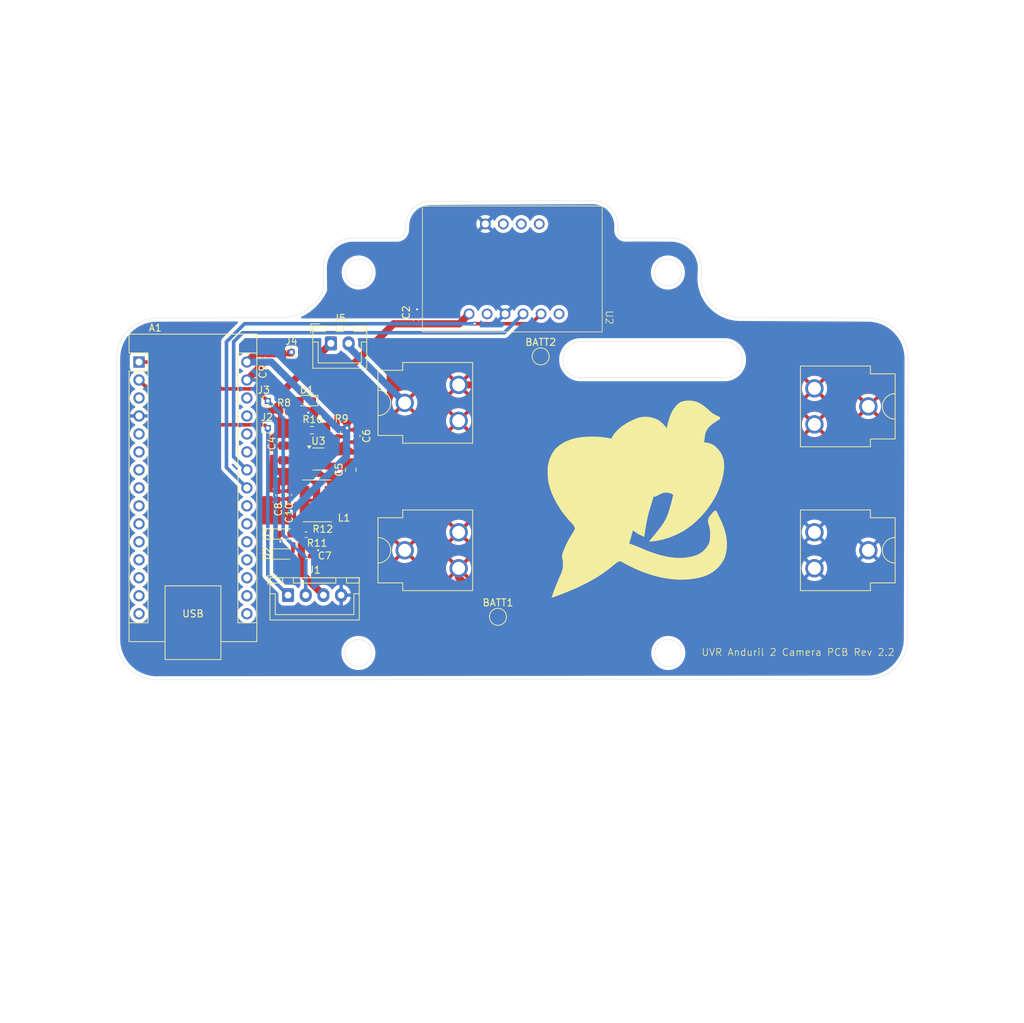
<source format=kicad_pcb>
(kicad_pcb (version 20240108) (generator "pcbnew") (generator_version "8.0")
  (title_block (title "Anduril 2 Camera PCB") (date "2025-02-15") (rev "Rev2.2") (company "UVic Rocketry") (comment 1 "Khehren Gould"))
  (layers (0 "F.Cu" signal) (31 "B.Cu" signal) (34 "B.Paste" user) (35 "F.Paste" user) (36 "B.SilkS" user "B.Silkscreen") (37 "F.SilkS" user "F.Silkscreen") (38 "B.Mask" user) (39 "F.Mask" user) (44 "Edge.Cuts" user))
  (net 0 "")
  (net 4 "GND")
  (net 13 "Net-(A1-D0{slash}RX)")
  (net 17 "Net-(A1-D1{slash}TX)")
  (net 26 "/SCL")
  (net 27 "+5V")
  (net 28 "Net-(D1-A)")
  (net 29 "Net-(D2-A)")
  (net 30 "Net-(D3-A)")
  (net 32 "/SDA")
  (net 33 "+BATT")
  (net 34 "VCC")
  (net 35 "Net-(U3-BST)")
  (net 36 "Net-(U3-SW)")
  (net 37 "Net-(U3-FB)")
  (net 44 "Net-(J5-Pin_1)")
  (footprint "Resistor_SMD:R_0603_1608Metric_Pad0.98x0.95mm_HandSolder" (layer "F.Cu") (at 111.3915 90.734 180)
    (property "Reference" "R10")
    (property "Value" "10k")
  )
  (footprint "Connector_JST:JST_XH_B4B-XH-A_1x04_P2.50mm_Vertical" (layer "F.Cu") (at 108.01 114.029)
    (property "Reference" "J1")
    (property "Value" "Conn_01x03_Pin")
  )
  (footprint "Module:Arduino_Nano" (layer "F.Cu") (at 86.96 81.1)
    (property "Reference" "A1")
    (property "Value" "Arduino_Nano_v2.x")
  )
  (footprint "Capacitor_SMD:C_0402_1005Metric_Pad0.74x0.62mm_HandSolder" (layer "F.Cu") (at 126.1 75.1325 90)
    (property "Reference" "C2")
    (property "Value" "100nF")
  )
  (footprint "Capacitor_SMD:C_0603_1608Metric_Pad1.08x0.95mm_HandSolder" (layer "F.Cu") (at 117.668 91.546 -90)
    (property "Reference" "C6")
    (property "Value" "100pF")
  )
  (footprint "LED_SMD:LED_0603_1608Metric_Pad1.05x0.95mm_HandSolder" (layer "F.Cu") (at 107.468 108.221)
    (property "Reference" "D2")
    (property "Value" "LED")
  )
  (footprint "LED_SMD:LED_0603_1608Metric_Pad1.05x0.95mm_HandSolder" (layer "F.Cu") (at 107.568 105.396)
    (property "Reference" "D3")
    (property "Value" "LED")
  )
  (footprint "Connector_PinHeader_1.00mm:PinHeader_1x01_P1.00mm_Vertical" (layer "F.Cu") (at 105.156 90.424)
    (property "Reference" "J2")
    (property "Value" "Conn_01x01_Pin")
  )
  (footprint "Connector_PinHeader_1.00mm:PinHeader_1x01_P1.00mm_Vertical" (layer "F.Cu") (at 108.5 79.7)
    (property "Reference" "J4")
    (property "Value" "Conn_01x01_Pin")
  )
  (footprint "Capacitor_SMD:C_0402_1005Metric_Pad0.74x0.62mm_HandSolder" (layer "F.Cu") (at 110.618 108.521)
    (property "Reference" "C7")
    (property "Value" "100nF")
  )
  (footprint "Resistor_SMD:R_0402_1005Metric_Pad0.72x0.64mm_HandSolder" (layer "F.Cu") (at 107.442 88.138)
    (property "Reference" "R8")
    (property "Value" "1k")
  )
  (footprint "Resistor_SMD:R_0402_1005Metric_Pad0.72x0.64mm_HandSolder" (layer "F.Cu") (at 109.293 106.871 180)
    (property "Reference" "R11")
    (property "Value" "1k")
  )
  (footprint "CUSTOM_footprints:BatteryClip_Keystone_54_D16-19mm" (layer "F.Cu") (at 126.992 107.696)
    (property "Reference" "BT2" (hide yes))
    (property "Value" "3.6V")
  )
  (footprint "CUSTOM_footprints:BatteryClip_Keystone_54_D16-19mm" (layer "F.Cu") (at 126.992 87.368)
    (property "Reference" "BT1" (hide yes))
    (property "Value" "3.6V")
  )
  (footprint "Resistor_SMD:R_0402_1005Metric_Pad0.72x0.64mm_HandSolder" (layer "F.Cu") (at 110.568 105.496 180)
    (property "Reference" "R12")
    (property "Value" "1k")
  )
  (footprint "LED_SMD:LED_0603_1608Metric_Pad1.05x0.95mm_HandSolder" (layer "F.Cu") (at 110.568 86.546 180)
    (property "Reference" "D1")
    (property "Value" "LED")
  )
  (footprint "TestPoint:TestPoint_Pad_D2.0mm" (layer "F.Cu") (at 143.7 80.3)
    (property "Reference" "BATT2")
    (property "Value" "TestPoint")
  )
  (footprint "Connector_PinHeader_1.00mm:PinHeader_1x01_P1.00mm_Vertical" (layer "F.Cu") (at 105.156 86.614)
    (property "Reference" "J3")
    (property "Value" "Conn_01x01_Pin")
  )
  (footprint "Capacitor_SMD:C_0402_1005Metric_Pad0.74x0.62mm_HandSolder" (layer "F.Cu") (at 108.168 99.8785 90)
    (property "Reference" "C10")
    (property "Value" "22uF")
  )
  (footprint "Capacitor_SMD:C_0402_1005Metric_Pad0.74x0.62mm_HandSolder" (layer "F.Cu") (at 106.644 99.938 90)
    (property "Reference" "C8")
    (property "Value" "22uF")
  )
  (footprint "Connector_JST:JST_XH_B2B-XH-A_1x02_P2.50mm_Vertical" (layer "F.Cu") (at 114.066 78.469)
    (property "Reference" "J5")
    (property "Value" "Conn_01x02_Pin")
  )
  (footprint "Capacitor_SMD:C_0805_2012Metric_Pad1.18x1.45mm_HandSolder" (layer "F.Cu") (at 116.876 96.322 90)
    (property "Reference" "C5")
    (property "Value" "330nF")
  )
  (footprint "TestPoint:TestPoint_Pad_D2.0mm" (layer "F.Cu") (at 137.668 117.094)
    (property "Reference" "BATT1")
    (property "Value" "TestPoint")
  )
  (footprint "Capacitor_SMD:C_0805_2012Metric_Pad1.18x1.45mm_HandSolder" (layer "F.Cu") (at 107.368 93.946 -90)
    (property "Reference" "C4")
    (property "Value" "10uF")
  )
  (footprint "Resistor_SMD:R_0402_1005Metric_Pad0.72x0.64mm_HandSolder" (layer "F.Cu") (at 115.068 91.0435 -90)
    (property "Reference" "R9")
    (property "Value" "52.3k")
  )
  (footprint "CUSTOM_footprints:ADX375L" (layer "F.Cu") (at 139.69 67.95)
    (property "Reference" "U2")
    (property "Value" "~")
  )
  (footprint "Package_TO_SOT_SMD:TSOT-23-6" (layer "F.Cu") (at 112.304 94.798)
    (property "Reference" "U3")
    (property "Value" "AP62200WU")
  )
  (footprint "Capacitor_SMD:C_0402_1005Metric_Pad0.74x0.62mm_HandSolder" (layer "F.Cu") (at 104.4 80.5 90)
    (property "Reference" "C9")
    (property "Value" "100nF")
  )
  (footprint "Inductor_SMD:BOURNS_SRN5040_CUSTOM" (layer "F.Cu") (at 112.068 101.861 180)
    (property "Reference" "L1")
    (property "Value" "4.7uH")
  )
  (gr_poly (pts (xy 158.591928 101.449563) (xy 158.527277 101.61552) (xy 158.461545 101.781053) (xy 158.394858 101.946207) (xy 158.327345 102.111021) (xy 158.29495 102.285617) (xy 158.265421 102.460743) (xy 158.23869 102.636322) (xy 158.21469 102.812271) (xy 158.163015 103.20372) (xy 158.112372 103.607571) (xy 158.058627 104.019173) (xy 157.930471 105.021439) (xy 157.758483 104.852478) (xy 157.597742 104.688121) (xy 157.521605 104.606372) (xy 157.448297 104.524218) (xy 157.377824 104.441139) (xy 157.310192 104.356617) (xy 157.245408 104.270134) (xy 157.183477 104.181169) (xy 157.124405 104.089205) (xy 157.068198 103.993722) (xy 157.014862 103.894202) (xy 156.964403 103.790125) (xy 156.916826 103.680974) (xy 156.872137 103.566229) (xy 156.879974 103.427295) (xy 156.894918 103.297178) (xy 156.916772 103.175035) (xy 156.94534 103.060024) (xy 156.980425 102.9513) (xy 157.02183 102.84802) (xy 157.06936 102.749341) (xy 157.122818 102.654419) (xy 157.182007 102.562412) (xy 157.246731 102.472476) (xy 157.316793 102.383767) (xy 157.391997 102.295443) (xy 157.472146 102.206659) (xy 157.557044 102.116573) (xy 157.740301 101.929121) (xy 157.948815 101.710529) (xy 158.075783 101.578429) (xy 158.203342 101.446898) (xy 158.459636 101.184979)) (stroke (width -0.000001)) (fill solid) (layer "F.SilkS"))
  (gr_poly (pts (xy 153.455291 101.974079) (xy 153.697137 101.978729) (xy 153.697137 102.640188) (xy 153.564845 102.375605) (xy 153.274424 102.482058) (xy 152.298295 102.834689) (xy 151.808322 103.005257) (xy 151.315888 103.169355) (xy 151.051304 102.640188) (xy 151.314018 102.486684) (xy 151.43959 102.416653) (xy 151.562442 102.351258) (xy 151.683428 102.290615) (xy 151.803399 102.234841) (xy 151.923208 102.184051) (xy 152.043708 102.138363) (xy 152.165752 102.097892) (xy 152.290192 102.062756) (xy 152.41788 102.033069) (xy 152.54967 102.008949) (xy 152.686414 101.990512) (xy 152.828965 101.977874) (xy 152.978175 101.971151) (xy 153.134897 101.970461)) (stroke (width -0.000001)) (fill solid) (layer "F.SilkS"))
  (gr_poly (pts (xy 165.198998 87.365991) (xy 165.331101 87.379239) (xy 165.465823 87.399455) (xy 165.603387 87.426647) (xy 165.796145 87.527472) (xy 165.984314 87.633506) (xy 166.168636 87.744279) (xy 166.349856 87.859317) (xy 166.528718 87.978149) (xy 166.705966 88.100303) (xy 166.882343 88.225307) (xy 167.058595 88.352689) (xy 167.356767 88.561462) (xy 167.514659 88.673339) (xy 167.67183 88.786233) (xy 167.984636 89.014147) (xy 167.865062 89.136601) (xy 167.745999 89.256622) (xy 167.626407 89.374027) (xy 167.505249 89.488632) (xy 167.381486 89.600254) (xy 167.318302 89.654889) (xy 167.254079 89.708709) (xy 167.188685 89.761691) (xy 167.12199 89.813814) (xy 167.053866 89.865052) (xy 166.984182 89.915384) (xy 166.870908 90.022174) (xy 166.766964 90.130742) (xy 166.671947 90.241273) (xy 166.585456 90.353953) (xy 166.50709 90.468967) (xy 166.436447 90.586499) (xy 166.373125 90.706736) (xy 166.316722 90.829862) (xy 166.266838 90.956062) (xy 166.223069 91.085522) (xy 166.185015 91.218426) (xy 166.152274 91.354961) (xy 166.124445 91.49531) (xy 166.101125 91.63966) (xy 166.081913 91.788195) (xy 166.066407 91.9411) (xy 166.048046 92.053085) (xy 166.032495 92.140991) (xy 166.025046 92.178277) (xy 166.017428 92.212377) (xy 166.009349 92.244237) (xy 166.00052 92.274801) (xy 165.990649 92.305013) (xy 165.979446 92.335819) (xy 165.96662 92.368163) (xy 165.95188 92.402991) (xy 165.915497 92.483872) (xy 165.867971 92.586022) (xy 165.795669 92.633994) (xy 165.723465 92.679992) (xy 165.578972 92.766577) (xy 165.433738 92.846795) (xy 165.287011 92.921666) (xy 165.138038 92.992208) (xy 164.986065 93.05944) (xy 164.83034 93.124382) (xy 164.67011 93.188052) (xy 164.590008 93.229069) (xy 164.515134 93.27071) (xy 164.445014 93.313193) (xy 164.379176 93.356736) (xy 164.31715 93.401557) (xy 164.258461 93.447874) (xy 164.202638 93.495905) (xy 164.14921 93.545867) (xy 164.097703 93.597978) (xy 164.047646 93.652456) (xy 163.998566 93.709519) (xy 163.949992 93.769384) (xy 163.90145 93.83227) (xy 163.85247 93.898395) (xy 163.751304 94.04123) (xy 163.96421 93.930126) (xy 164.247398 93.784915) (xy 164.52645 93.640738) (xy 164.671645 93.578777) (xy 164.816757 93.524796) (xy 164.961855 93.478639) (xy 165.107003 93.440153) (xy 165.252267 93.409182) (xy 165.397713 93.385572) (xy 165.543407 93.369169) (xy 165.689415 93.359818) (xy 165.835803 93.357364) (xy 165.982637 93.361653) (xy 166.129983 93.37253) (xy 166.277906 93.389841) (xy 166.426473 93.413431) (xy 166.575749 93.443146) (xy 166.7258 93.478831) (xy 166.876693 93.520332) (xy 167.003916 93.596623) (xy 167.126984 93.677057) (xy 167.245839 93.761621) (xy 167.360425 93.850305) (xy 167.470684 93.943098) (xy 167.576558 94.039989) (xy 167.67799 94.140967) (xy 167.774923 94.24602) (xy 167.867298 94.355138) (xy 167.95506 94.46831) (xy 168.038149 94.585525) (xy 168.11651 94.706771) (xy 168.190084 94.832039) (xy 168.258813 94.961316) (xy 168.322642 95.094592) (xy 168.381511 95.231855) (xy 168.419455 95.625929) (xy 168.429595 96.02105) (xy 168.413457 96.416391) (xy 168.372569 96.811123) (xy 168.308458 97.204418) (xy 168.22265 97.595447) (xy 168.116673 97.983383) (xy 167.992053 98.367397) (xy 167.850318 98.746661) (xy 167.692995 99.120347) (xy 167.52161 99.487626) (xy 167.33769 99.84767) (xy 167.142763 100.199651) (xy 166.938356 100.542741) (xy 166.725995 100.876111) (xy 166.507207 101.198933) (xy 166.398409 101.333931) (xy 166.288542 101.467286) (xy 166.177544 101.599182) (xy 166.065351 101.729807) (xy 165.951901 101.859346) (xy 165.837132 101.987986) (xy 165.720982 102.115913) (xy 165.603387 102.243313) (xy 165.280408 102.593679) (xy 165.049818 102.829454) (xy 164.81042 103.064487) (xy 164.562526 103.297243) (xy 164.306448 103.52619) (xy 164.042497 103.749795) (xy 163.770986 103.966524) (xy 163.492225 104.174844) (xy 163.206527 104.373222) (xy 162.914203 104.560123) (xy 162.615564 104.734016) (xy 162.310924 104.893366) (xy 162.000592 105.03664) (xy 161.684882 105.162305) (xy 161.364105 105.268828) (xy 161.038571 105.354674) (xy 160.874119 105.389365) (xy 160.708594 105.418312) (xy 160.748329 105.332044) (xy 160.789818 105.248065) (xy 160.832996 105.166165) (xy 160.8778 105.086133) (xy 160.924166 105.007758) (xy 160.972028 104.930828) (xy 161.021324 104.855133) (xy 161.071989 104.780462) (xy 161.177168 104.633345) (xy 161.287052 104.487791) (xy 161.401128 104.34211) (xy 161.518882 104.194614) (xy 161.715939 103.93149) (xy 161.910207 103.661624) (xy 162.099932 103.385296) (xy 162.283359 103.102787) (xy 162.458733 102.814378) (xy 162.624298 102.520351) (xy 162.778301 102.220987) (xy 162.918986 101.916566) (xy 163.044598 101.60737) (xy 163.153382 101.29368) (xy 163.243583 100.975776) (xy 163.313447 100.65394) (xy 163.361219 100.328453) (xy 163.376271 100.164429) (xy 163.385143 99.999596) (xy 163.387613 99.833992) (xy 163.383464 99.66765) (xy 163.372476 99.500607) (xy 163.354428 99.332896) (xy 163.281383 99.231617) (xy 163.207676 99.137521) (xy 163.132936 99.050309) (xy 163.056795 98.969682) (xy 162.978882 98.895342) (xy 162.898829 98.826987) (xy 162.816265 98.76432) (xy 162.730821 98.707041) (xy 162.642126 98.65485) (xy 162.549813 98.607449) (xy 162.45351 98.564538) (xy 162.352848 98.525817) (xy 162.247458 98.490988) (xy 162.13697 98.45975) (xy 162.021014 98.431806) (xy 161.899221 98.406855) (xy 161.634114 98.403985) (xy 161.379319 98.419146) (xy 161.134042 98.45142) (xy 160.897492 98.499889) (xy 160.668877 98.563637) (xy 160.447405 98.641745) (xy 160.232285 98.733297) (xy 160.022724 98.837376) (xy 159.817932 98.953064) (xy 159.617115 99.079444) (xy 159.419482 99.215599) (xy 159.224242 99.360611) (xy 159.030602 99.513564) (xy 158.837772 99.67354) (xy 158.451368 100.010891) (xy 158.143982 100.306291) (xy 157.846714 100.611922) (xy 157.559579 100.927279) (xy 157.282592 101.251859) (xy 157.015766 101.585158) (xy 156.759117 101.926673) (xy 156.512658 102.2759) (xy 156.276405 102.632336) (xy 156.05037 102.995477) (xy 155.834569 103.364819) (xy 155.629016 103.739859) (xy 155.433725 104.120092) (xy 155.24871 104.505017) (xy 155.073987 104.894128) (xy 154.909569 105.286922) (xy 154.75547 105.682896) (xy 154.490887 105.550604) (xy 154.422108 105.231915) (xy 154.374752 104.914975) (xy 154.347608 104.599775) (xy 154.339471 104.286303) (xy 154.349132 103.974551) (xy 154.375383 103.664507) (xy 154.417016 103.356161) (xy 154.472824 103.049504) (xy 154.541599 102.744526) (xy 154.622133 102.441215) (xy 154.713218 102.139562) (xy 154.813646 101.839557) (xy 154.92221 101.54119) (xy 155.037702 101.244451) (xy 155.284637 100.655813) (xy 154.834536 100.771568) (xy 153.982881 100.983609) (xy 153.32811 101.136894) (xy 153.060701 101.192048) (xy 152.825888 101.233167) (xy 152.618129 101.260469) (xy 152.431881 101.274172) (xy 152.261603 101.274494) (xy 152.101754 101.261653) (xy 151.946791 101.235868) (xy 151.791172 101.197355) (xy 151.629356 101.146334) (xy 151.4558 101.083022) (xy 151.051304 100.920397) (xy 151.073069 100.879504) (xy 151.096454 100.840504) (xy 151.121394 100.80332) (xy 151.147823 100.767876) (xy 151.175676 100.734093) (xy 151.204885 100.701894) (xy 151.235387 100.671203) (xy 151.267114 100.641942) (xy 151.300002 100.614034) (xy 151.333983 100.587402) (xy 151.368994 100.561968) (xy 151.404968 100.537656) (xy 151.479541 100.492086) (xy 151.557176 100.450075) (xy 151.637348 100.411005) (xy 151.719531 100.374259) (xy 151.887824 100.305266) (xy 152.057847 100.238156) (xy 152.142193 100.203763) (xy 152.225392 100.167988) (xy 152.680074 99.950579) (xy 153.122079 99.721538) (xy 153.552029 99.48099) (xy 153.970546 99.229061) (xy 154.378251 98.965878) (xy 154.775768 98.691566) (xy 155.163717 98.406253) (xy 155.542721 98.110063) (xy 155.913402 97.803124) (xy 156.276381 97.485561) (xy 156.63228 97.1575) (xy 156.981721 96.819068) (xy 157.325326 96.47039) (xy 157.663717 96.111594) (xy 157.997516 95.742804) (xy 158.327345 95.364147) (xy 159.416427 94.108054) (xy 159.871131 93.582495) (xy 160.09725 93.318688) (xy 160.322055 93.053694) (xy 160.532692 92.809983) (xy 160.748107 92.570938) (xy 160.968709 92.337067) (xy 161.194905 92.108879) (xy 161.427105 91.88688) (xy 161.665715 91.67158) (xy 161.787553 91.5666) (xy 161.911146 91.463485) (xy 162.036546 91.362299) (xy 162.163804 91.263105) (xy 162.428386 91.263105) (xy 162.438722 90.957698) (xy 162.453213 90.733986) (xy 162.472377 90.513807) (xy 162.496906 90.297199) (xy 162.527492 90.0842) (xy 162.564829 89.874849) (xy 162.609607 89.669182) (xy 162.66252 89.467239) (xy 162.72426 89.269055) (xy 162.795518 89.074671) (xy 162.876988 88.884123) (xy 162.969361 88.697449) (xy 163.07333 88.514688) (xy 163.189588 88.335876) (xy 163.318826 88.161053) (xy 163.461736 87.990256) (xy 163.619012 87.823522) (xy 163.737265 87.747049) (xy 163.855252 87.677422) (xy 163.973194 87.614649) (xy 164.091313 87.55874) (xy 164.209832 87.509704) (xy 164.328972 87.467552) (xy 164.448955 87.432291) (xy 164.570004 87.403932) (xy 164.69234 87.382484) (xy 164.816185 87.367957) (xy 164.941762 87.360359) (xy 165.069292 87.3597)) (stroke (width -0.000001)) (fill solid) (layer "F.SilkS"))
  (gr_poly (pts (xy 155.946096 105.815187) (xy 155.813804 105.286022) (xy 155.54922 105.15373) (xy 155.64614 104.987001) (xy 155.744618 104.821177) (xy 155.844615 104.656265) (xy 155.946096 104.492271) (xy 156.078387 104.492271)) (stroke (width -0.000001)) (fill solid) (layer "F.SilkS"))
  (gr_poly (pts (xy 156.054464 104.806534) (xy 156.028777 105.120657) (xy 156.000873 105.474123) (xy 155.990164 105.536641) (xy 155.978471 105.596921) (xy 155.965739 105.655213) (xy 155.951916 105.711761) (xy 155.936948 105.766814) (xy 155.920781 105.820619) (xy 155.903364 105.873423) (xy 155.884642 105.925472) (xy 155.864562 105.977013) (xy 155.843071 106.028295) (xy 155.820116 106.079563) (xy 155.795643 106.131065) (xy 155.741932 106.23576) (xy 155.681512 106.344355) (xy 155.152345 106.079771) (xy 155.946096 104.492271) (xy 156.078387 104.492271)) (stroke (width -0.000001)) (fill solid) (layer "F.SilkS"))
  (gr_poly (pts (xy 165.214938 88.446158) (xy 165.323786 88.452631) (xy 165.426326 88.46316) (xy 165.523314 88.477842) (xy 165.615507 88.496778) (xy 165.70366 88.520066) (xy 165.788531 88.547805) (xy 165.870875 88.580095) (xy 165.951448 88.617035) (xy 166.031008 88.658724) (xy 166.11031 88.705262) (xy 166.190111 88.756747) (xy 166.271167 88.813279) (xy 166.354234 88.874957) (xy 166.440069 88.94188) (xy 166.529428 89.014147) (xy 166.470331 89.099963) (xy 166.41381 89.176051) (xy 166.386279 89.210702) (xy 166.359109 89.243226) (xy 166.332206 89.273724) (xy 166.305476 89.302299) (xy 166.278825 89.329053) (xy 166.252159 89.354087) (xy 166.225383 89.377502) (xy 166.198404 89.399401) (xy 166.171126 89.419886) (xy 166.143457 89.439057) (xy 166.115302 89.457018) (xy 166.086567 89.473868) (xy 166.057158 89.489711) (xy 166.02698 89.504648) (xy 165.963942 89.532211) (xy 165.896702 89.557371) (xy 165.824505 89.580941) (xy 165.746599 89.603736) (xy 165.662231 89.626569) (xy 165.471095 89.675605) (xy 165.246819 89.684907) (xy 165.168788 89.687233) (xy 165.103159 89.688008) (xy 165.042181 89.687233) (xy 164.978102 89.684907) (xy 164.809636 89.675605) (xy 164.760028 89.220853) (xy 164.677344 88.749564) (xy 164.412761 88.617272) (xy 164.431967 88.598755) (xy 164.45114 88.581624) (xy 164.4703 88.565823) (xy 164.489463 88.551299) (xy 164.508647 88.537998) (xy 164.52787 88.525866) (xy 164.547149 88.514849) (xy 164.566502 88.504892) (xy 164.585947 88.495943) (xy 164.605501 88.487945) (xy 164.625182 88.480847) (xy 164.645007 88.474593) (xy 164.685162 88.464403) (xy 164.726106 88.456942) (xy 164.767981 88.451779) (xy 164.810929 88.44848) (xy 164.855089 88.446614) (xy 164.900603 88.445749) (xy 164.996259 88.445288) (xy 165.099025 88.443639)) (stroke (width -0.000001)) (fill solid) (layer "F.SilkS"))
  (gr_poly (pts (xy 152.206147 93.226688) (xy 152.771095 93.24748) (xy 152.702431 93.471465) (xy 152.390757 94.495983) (xy 152.282753 94.848158) (xy 152.133383 95.321867) (xy 152.019489 95.6959) (xy 151.934198 96.004308) (xy 151.900131 96.144542) (xy 151.870637 96.281138) (xy 151.844857 96.418352) (xy 151.821933 96.56044) (xy 151.781212 96.876262) (xy 151.7416 97.262654) (xy 151.696225 97.753665) (xy 151.712762 98.274563) (xy 152.023854 97.969155) (xy 152.452058 97.561237) (xy 152.896395 97.153266) (xy 153.124863 96.952204) (xy 153.357665 96.754662) (xy 153.594902 96.561816) (xy 153.836672 96.374845) (xy 154.083077 96.194925) (xy 154.334217 96.023235) (xy 154.590191 95.860952) (xy 154.851101 95.709254) (xy 155.117046 95.569317) (xy 155.388127 95.44232) (xy 155.664443 95.32944) (xy 155.946096 95.231855) (xy 156.244268 95.261828) (xy 156.349559 95.273713) (xy 156.440122 95.285599) (xy 156.526809 95.299035) (xy 156.620473 95.315571) (xy 156.872137 95.364147) (xy 156.869484 95.439597) (xy 156.861681 95.514048) (xy 156.848966 95.587516) (xy 156.831575 95.660016) (xy 156.809746 95.731564) (xy 156.783713 95.802174) (xy 156.753715 95.871863) (xy 156.719988 95.940645) (xy 156.682768 96.008536) (xy 156.642293 96.075551) (xy 156.552521 96.207015) (xy 156.452565 96.335161) (xy 156.34432 96.46011) (xy 156.229678 96.581986) (xy 156.110532 96.700911) (xy 155.866304 96.930401) (xy 155.626781 97.149561) (xy 155.513518 97.255574) (xy 155.40711 97.359374) (xy 155.146319 97.596417) (xy 154.880477 97.824804) (xy 154.609747 98.044889) (xy 154.334288 98.25703) (xy 154.054262 98.461582) (xy 153.769829 98.658901) (xy 153.48115 98.849345) (xy 153.188386 99.033269) (xy 152.891698 99.211029) (xy 152.591247 99.382981) (xy 152.287192 99.549482) (xy 151.979696 99.710888) (xy 151.355021 100.019838) (xy 150.718508 100.312682) (xy 150.564925 100.378266) (xy 150.444692 100.430949) (xy 150.347755 100.476301) (xy 150.304882 100.497969) (xy 150.264063 100.519894) (xy 150.224041 100.542772) (xy 150.183561 100.5673) (xy 150.141366 100.594173) (xy 150.096199 100.624089) (xy 149.991922 100.695834) (xy 149.860679 100.788105) (xy 150.118452 100.938636) (xy 150.373248 101.080708) (xy 150.627529 101.213582) (xy 150.755246 101.276339) (xy 150.883757 101.33652) (xy 151.013369 101.394032) (xy 151.144391 101.448783) (xy 151.277129 101.500681) (xy 151.411893 101.549634) (xy 151.548989 101.595549) (xy 151.688724 101.638334) (xy 151.831407 101.677897) (xy 151.977346 101.714146) (xy 151.923237 101.766754) (xy 151.871153 101.814326) (xy 151.820641 101.857293) (xy 151.771247 101.896088) (xy 151.722518 101.931143) (xy 151.674002 101.962892) (xy 151.625246 101.991768) (xy 151.575797 102.018202) (xy 151.525202 102.042627) (xy 151.473008 102.065476) (xy 151.418763 102.087182) (xy 151.362014 102.108177) (xy 151.239189 102.149767) (xy 151.100913 102.193705) (xy 150.773285 102.29809) (xy 150.522137 102.375605) (xy 150.220378 102.057318) (xy 149.925679 101.730146) (xy 149.639809 101.394129) (xy 149.364542 101.049305) (xy 149.101647 100.695717) (xy 148.852898 100.333403) (xy 148.620064 99.962403) (xy 148.404918 99.582759) (xy 148.209231 99.19451) (xy 148.034774 98.797695) (xy 147.883319 98.392356) (xy 147.756638 97.978532) (xy 147.656501 97.556263) (xy 147.616941 97.341975) (xy 147.584681 97.12559) (xy 147.559943 96.907114) (xy 147.542949 96.686552) (xy 147.533919 96.463909) (xy 147.533075 96.23919) (xy 147.547069 96.057748) (xy 147.56838 95.88747) (xy 147.596998 95.727284) (xy 147.632911 95.576115) (xy 147.676108 95.432887) (xy 147.726578 95.296527) (xy 147.784308 95.165961) (xy 147.849287 95.040114) (xy 147.921504 94.917912) (xy 148.000947 94.79828) (xy 148.087605 94.680144) (xy 148.181466 94.56243) (xy 148.282519 94.444063) (xy 148.390752 94.323969) (xy 148.628713 94.074303) (xy 148.870739 93.907368) (xy 149.113811 93.762801) (xy 149.358186 93.639103) (xy 149.604122 93.534772) (xy 149.851879 93.448309) (xy 150.101713 93.378214) (xy 150.353882 93.322987) (xy 150.608646 93.281127) (xy 150.866261 93.251135) (xy 151.126986 93.231511) (xy 151.391079 93.220754) (xy 151.658798 93.217365)) (stroke (width -0.000001)) (fill solid) (layer "F.SilkS"))
  (gr_poly (pts (xy 158.812659 89.607171) (xy 158.955118 89.615671) (xy 159.097259 89.632984) (xy 159.23898 89.659677) (xy 159.380178 89.696315) (xy 159.520751 89.743466) (xy 159.660598 89.801696) (xy 159.747761 89.860792) (xy 159.832461 89.92091) (xy 159.914606 89.982278) (xy 159.994105 90.045128) (xy 160.070868 90.109688) (xy 160.144803 90.176189) (xy 160.215819 90.24486) (xy 160.283825 90.315933) (xy 160.34873 90.389635) (xy 160.410444 90.466198) (xy 160.468874 90.545852) (xy 160.52393 90.628825) (xy 160.575521 90.715349) (xy 160.623557 90.805653) (xy 160.667945 90.899968) (xy 160.708594 90.998522) (xy 160.690363 91.073124) (xy 160.66969 91.141615) (xy 160.646517 91.204609) (xy 160.620782 91.262721) (xy 160.592425 91.316564) (xy 160.561384 91.366751) (xy 160.527599 91.413897) (xy 160.49101 91.458615) (xy 160.451555 91.501519) (xy 160.409173 91.543222) (xy 160.363805 91.584339) (xy 160.315388 91.625483) (xy 160.209168 91.710308) (xy 160.090028 91.802607) (xy 159.990986 91.886566) (xy 159.895237 91.972816) (xy 159.802524 92.061225) (xy 159.712592 92.151659) (xy 159.625186 92.243988) (xy 159.540049 92.338077) (xy 159.456927 92.433795) (xy 159.375563 92.531009) (xy 159.217089 92.729397) (xy 159.062582 92.932181) (xy 158.757293 93.346699) (xy 158.531306 93.651854) (xy 158.304608 93.956481) (xy 158.105783 94.227137) (xy 158.047399 94.297031) (xy 158.02276 94.325819) (xy 158.000296 94.35117) (xy 157.979364 94.373588) (xy 157.959319 94.393576) (xy 157.939516 94.411636) (xy 157.919312 94.428271) (xy 157.898061 94.443984) (xy 157.87512 94.459278) (xy 157.849844 94.474655) (xy 157.821589 94.490619) (xy 157.78971 94.507673) (xy 157.753563 94.526318) (xy 157.665887 94.570396) (xy 157.401303 94.438106) (xy 157.167548 94.416254) (xy 156.939585 94.406142) (xy 156.71702 94.407607) (xy 156.499459 94.420484) (xy 156.286507 94.44461) (xy 156.07777 94.47982) (xy 155.872852 94.525951) (xy 155.671359 94.582837) (xy 155.472896 94.650317) (xy 155.277069 94.728225) (xy 155.083483 94.816397) (xy 154.891743 94.91467) (xy 154.701455 95.02288) (xy 154.512224 95.140862) (xy 154.323655 95.268453) (xy 154.135353 95.405488) (xy 153.937504 95.571442) (xy 153.743343 95.74073) (xy 153.552566 95.913226) (xy 153.364869 96.088802) (xy 153.179948 96.26733) (xy 152.9975 96.448683) (xy 152.81722 96.632734) (xy 152.638804 96.819355) (xy 152.618419 96.768576) (xy 152.600594 96.71832) (xy 152.585243 96.668556) (xy 152.572279 96.619254) (xy 152.561617 96.570386) (xy 152.553169 96.521921) (xy 152.546851 96.47383) (xy 152.542576 96.426083) (xy 152.53981 96.331504) (xy 152.544182 96.237944) (xy 152.555004 96.145168) (xy 152.571587 96.052938) (xy 152.593241 95.961016) (xy 152.619279 95.869166) (xy 152.649011 95.777149) (xy 152.681748 95.68473) (xy 152.828973 95.30627) (xy 152.938108 95.022759) (xy 153.104099 94.627625) (xy 153.285056 94.2349) (xy 153.480984 93.846178) (xy 153.691889 93.463055) (xy 153.917778 93.087122) (xy 154.158654 92.719975) (xy 154.414525 92.363206) (xy 154.685396 92.018411) (xy 154.971272 91.687181) (xy 155.272159 91.371112) (xy 155.588063 91.071796) (xy 155.91899 90.790829) (xy 156.264945 90.529803) (xy 156.625933 90.290312) (xy 157.001962 90.07395) (xy 157.393035 89.882311) (xy 157.533059 89.833827) (xy 157.673786 89.788492) (xy 157.815113 89.746874) (xy 157.95694 89.709538) (xy 158.099164 89.677051) (xy 158.241682 89.649979) (xy 158.384393 89.628889) (xy 158.527194 89.614347) (xy 158.669984 89.606919)) (stroke (width -0.000001)) (fill solid) (layer "F.SilkS"))
  (gr_poly (pts (xy 164.780816 86.548055) (xy 164.932288 86.55941) (xy 165.08364 86.576834) (xy 165.234737 86.600072) (xy 165.385443 86.62887) (xy 165.535623 86.662972) (xy 165.685142 86.702123) (xy 165.833863 86.746069) (xy 165.969026 86.810367) (xy 166.100202 86.877904) (xy 166.227708 86.948576) (xy 166.351863 87.022278) (xy 166.472982 87.098907) (xy 166.591385 87.178358) (xy 166.707387 87.260526) (xy 166.821307 87.345308) (xy 166.933461 87.4326) (xy 167.044167 87.522297) (xy 167.262505 87.708491) (xy 167.478858 87.903056) (xy 167.695766 88.105159) (xy 167.773988 88.170258) (xy 167.852623 88.231973) (xy 167.931754 88.290558) (xy 168.011462 88.346264) (xy 168.09183 88.399343) (xy 168.172941 88.450046) (xy 168.254876 88.498626) (xy 168.337718 88.545335) (xy 168.421549 88.590423) (xy 168.506451 88.634144) (xy 168.679798 88.718491) (xy 168.858419 88.80039) (xy 169.04297 88.881856) (xy 169.04297 89.146439) (xy 168.903637 89.245884) (xy 168.850685 89.28255) (xy 168.800349 89.316067) (xy 168.746234 89.350601) (xy 168.681945 89.390319) (xy 168.497266 89.501973) (xy 168.22893 89.680873) (xy 168.100948 89.769754) (xy 167.977473 89.859321) (xy 167.858792 89.95037) (xy 167.74519 90.043701) (xy 167.636955 90.140111) (xy 167.534373 90.240399) (xy 167.43773 90.345363) (xy 167.347315 90.455802) (xy 167.263412 90.572513) (xy 167.186309 90.696294) (xy 167.116292 90.827945) (xy 167.08403 90.89697) (xy 167.053648 90.968262) (xy 167.02518 91.041921) (xy 166.998663 91.118045) (xy 166.974133 91.196735) (xy 166.951625 91.278091) (xy 166.904134 91.571442) (xy 166.861913 91.864498) (xy 166.825144 92.15826) (xy 166.794011 92.45373) (xy 167.207423 92.486803) (xy 167.374388 92.523769) (xy 167.5322 92.568105) (xy 167.681503 92.619703) (xy 167.822942 92.678449) (xy 167.957159 92.744234) (xy 168.0848 92.816946) (xy 168.206508 92.896475) (xy 168.322928 92.982709) (xy 168.434702 93.075538) (xy 168.542475 93.17485) (xy 168.646891 93.280536) (xy 168.748594 93.392483) (xy 168.848228 93.510581) (xy 168.946437 93.634718) (xy 169.043864 93.764785) (xy 169.141154 93.90067) (xy 169.259166 94.11259) (xy 169.358441 94.329123) (xy 169.440035 94.549779) (xy 169.50501 94.774073) (xy 169.554423 95.001516) (xy 169.589333 95.23162) (xy 169.610798 95.463899) (xy 169.619879 95.697863) (xy 169.617632 95.933026) (xy 169.605118 96.1689) (xy 169.583395 96.404997) (xy 169.553521 96.64083) (xy 169.516556 96.875911) (xy 169.473558 97.109752) (xy 169.373698 97.571764) (xy 169.216451 98.125371) (xy 169.030302 98.671335) (xy 168.816368 99.208543) (xy 168.575769 99.735881) (xy 168.309623 100.252238) (xy 168.019049 100.756501) (xy 167.705167 101.247557) (xy 167.369093 101.724293) (xy 167.011948 102.185596) (xy 166.634849 102.630355) (xy 166.238916 103.057455) (xy 165.825267 103.465785) (xy 165.395021 103.854232) (xy 164.949297 104.221683) (xy 164.489213 104.567026) (xy 164.015887 104.889147) (xy 163.720287 105.056967) (xy 163.423085 105.216423) (xy 163.124093 105.367347) (xy 162.823122 105.509572) (xy 162.519986 105.64293) (xy 162.214496 105.767253) (xy 161.906464 105.882373) (xy 161.595703 105.988123) (xy 161.282025 106.084334) (xy 160.965241 106.170839) (xy 160.645164 106.247471) (xy 160.321605 106.31406) (xy 159.994378 106.370441) (xy 159.663294 106.416444) (xy 159.328165 106.451901) (xy 158.988803 106.476646) (xy 159.134822 106.282925) (xy 159.930447 105.314242) (xy 160.255764 104.908831) (xy 160.539185 104.543499) (xy 160.785533 104.20884) (xy 160.999632 103.895449) (xy 161.186308 103.593921) (xy 161.350385 103.29485) (xy 161.496688 102.98883) (xy 161.630041 102.666457) (xy 161.755268 102.318323) (xy 161.877195 101.935024) (xy 162.000646 101.507154) (xy 162.130445 101.025308) (xy 162.428386 99.862063) (xy 162.337078 99.803972) (xy 162.247748 99.752753) (xy 162.159984 99.708123) (xy 162.073371 99.669796) (xy 161.987496 99.637485) (xy 161.901944 99.610906) (xy 161.816302 99.589772) (xy 161.730155 99.573797) (xy 161.643091 99.562697) (xy 161.554695 99.556186) (xy 161.464554 99.553977) (xy 161.372253 99.555786) (xy 161.277379 99.561326) (xy 161.179517 99.570312) (xy 161.078255 99.582459) (xy 160.973178 99.59748) (xy 160.863879 99.642833) (xy 160.756652 99.689923) (xy 160.651107 99.738785) (xy 160.546855 99.789453) (xy 160.443507 99.841964) (xy 160.340672 99.89635) (xy 160.237962 99.952648) (xy 160.134986 100.010891) (xy 160.061806 100.0491) (xy 160.03118 100.064558) (xy 160.003583 100.077812) (xy 159.978306 100.089032) (xy 159.954638 100.098386) (xy 159.93187 100.106045) (xy 159.90929 100.112178) (xy 159.88619 100.116954) (xy 159.861859 100.120543) (xy 159.835587 100.123114) (xy 159.806664 100.124838) (xy 159.77438 100.125884) (xy 159.738025 100.126421) (xy 159.650262 100.126647) (xy 159.512 100.584) (xy 159.375343 101.041836) (xy 159.25085 101.452121) (xy 159.123162 101.861424) (xy 158.982556 102.349834) (xy 158.857673 102.839107) (xy 158.746526 103.329642) (xy 158.647131 103.821837) (xy 158.557501 104.31609) (xy 158.47565 104.812801) (xy 158.327345 105.815187) (xy 158.079078 105.695755) (xy 157.831251 105.575409) (xy 157.552199 105.440535) (xy 157.457691 105.388758) (xy 157.380213 105.345006) (xy 157.344885 105.32412) (xy 157.310244 105.302816) (xy 157.2751 105.280288) (xy 157.238264 105.255727) (xy 157.198546 105.228326) (xy 157.154754 105.197277) (xy 157.050194 105.121005) (xy 156.915065 105.020448) (xy 156.739845 104.889147) (xy 156.210678 106.74123) (xy 157.004429 107.005814) (xy 157.143362 107.063866) (xy 157.281853 107.122977) (xy 157.419867 107.183192) (xy 157.557367 107.244558) (xy 158.522666 107.654018) (xy 159.017687 107.847688) (xy 159.519711 108.030313) (xy 160.027808 108.199141) (xy 160.541047 108.351419) (xy 161.058494 108.484392) (xy 161.579218 108.595308) (xy 162.102288 108.681413) (xy 162.626772 108.739955) (xy 163.151737 108.768179) (xy 163.676253 108.763334) (xy 164.199387 108.722665) (xy 164.720208 108.643419) (xy 165.237783 108.522844) (xy 165.495063 108.446197) (xy 165.751182 108.358185) (xy 165.902043 108.288124) (xy 166.046146 108.213578) (xy 166.183762 108.13446) (xy 166.31516 108.050682) (xy 166.44061 107.962158) (xy 166.560381 107.868802) (xy 166.674743 107.770525) (xy 166.783965 107.66724) (xy 166.888318 107.558862) (xy 166.98807 107.445303) (xy 167.083492 107.326476) (xy 167.174852 107.202294) (xy 167.262422 107.07267) (xy 167.34647 106.937518) (xy 167.427265 106.796749) (xy 167.505078 106.650278) (xy 167.558457 106.335293) (xy 167.580567 106.175999) (xy 167.599231 106.0158) (xy 167.614155 105.854919) (xy 167.625044 105.693576) (xy 167.631604 105.531995) (xy 167.633539 105.370397) (xy 167.630556 105.209004) (xy 167.62236 105.048039) (xy 167.608655 104.887724) (xy 167.589148 104.72828) (xy 167.563544 104.56993) (xy 167.531548 104.412896) (xy 167.492865 104.2574) (xy 167.447202 104.103664) (xy 167.400532 103.945655) (xy 167.381425 103.874442) (xy 167.365317 103.807369) (xy 167.352346 103.743642) (xy 167.342646 103.68247) (xy 167.336353 103.623061) (xy 167.333604 103.564624) (xy 167.334533 103.506366) (xy 167.339278 103.447496) (xy 167.347974 103.387221) (xy 167.360756 103.32475) (xy 167.377761 103.25929) (xy 167.399124 103.190051) (xy 167.424982 103.116239) (xy 167.45547 103.037064) (xy 167.546013 102.912951) (xy 167.638105 102.790849) (xy 167.732211 102.670946) (xy 167.828796 102.55343) (xy 167.928325 102.438491) (xy 168.031261 102.326317) (xy 168.138071 102.217098) (xy 168.193074 102.163655) (xy 168.249219 102.111021) (xy 168.513803 102.111021) (xy 169.026433 103.185892) (xy 169.172677 103.490782) (xy 169.312251 103.79785) (xy 169.441794 104.110047) (xy 169.560415 104.426848) (xy 169.667228 104.747729) (xy 169.761343 105.072166) (xy 169.841872 105.399633) (xy 169.907926 105.729606) (xy 169.958617 106.061561) (xy 169.993056 106.394973) (xy 170.010354 106.729318) (xy 170.009623 107.064071) (xy 169.989974 107.398709) (xy 169.950518 107.732705) (xy 169.890368 108.065536) (xy 169.808635 108.396678) (xy 169.704429 108.725605) (xy 169.584906 108.973654) (xy 169.45746 109.208657) (xy 169.321948 109.431088) (xy 169.178225 109.641423) (xy 169.026149 109.840135) (xy 168.865575 110.0277) (xy 168.696362 110.204592) (xy 168.518364 110.371286) (xy 168.331438 110.528257) (xy 168.135442 110.67598) (xy 167.930231 110.81493) (xy 167.715662 110.94558) (xy 167.491592 111.068407) (xy 167.257877 111.183885) (xy 167.014373 111.292488) (xy 166.760938 111.394691) (xy 166.055218 111.579873) (xy 165.345347 111.715359) (xy 164.632579 111.803364) (xy 163.918167 111.846106) (xy 163.203364 111.8458) (xy 162.489424 111.804663) (xy 161.7776 111.724911) (xy 161.069147 111.608759) (xy 160.365316 111.458424) (xy 159.667362 111.276122) (xy 158.976539 111.064069) (xy 158.294099 110.824482) (xy 157.621296 110.559576) (xy 156.959383 110.271568) (xy 156.309615 109.962674) (xy 155.673244 109.635109) (xy 155.246913 109.394297) (xy 155.134429 109.337783) (xy 155.08783 109.315302) (xy 155.046444 109.296528) (xy 155.009361 109.281358) (xy 154.975668 109.269684) (xy 154.944455 109.261401) (xy 154.929494 109.258498) (xy 154.91481 109.256403) (xy 154.900291 109.255103) (xy 154.885822 109.254583) (xy 154.871289 109.254833) (xy 154.856578 109.255837) (xy 154.826169 109.260057) (xy 154.793682 109.267138) (xy 154.758206 109.276974) (xy 154.718829 109.289459) (xy 154.624729 109.321951) (xy 154.40849 109.485046) (xy 154.195012 109.651259) (xy 153.98393 109.820516) (xy 153.774878 109.992743) (xy 153.308175 110.365963) (xy 152.827145 110.723717) (xy 152.332934 111.066551) (xy 151.826688 111.395012) (xy 151.309555 111.709644) (xy 150.782681 112.010995) (xy 150.247212 112.29961) (xy 149.704297 112.576036) (xy 149.15508 112.840818) (xy 148.60071 113.094502) (xy 147.481094 113.570764) (xy 146.354623 114.009189) (xy 145.230471 114.414146) (xy 145.333731 114.095455) (xy 145.441529 113.779405) (xy 145.553674 113.465614) (xy 145.66998 113.1537) (xy 145.790259 112.843278) (xy 145.914322 112.533966) (xy 146.173049 111.917141) (xy 146.455202 111.256716) (xy 146.579807 110.966875) (xy 146.641698 110.809392) (xy 146.669257 110.733021) (xy 146.694592 110.65782) (xy 146.717729 110.58348) (xy 146.738693 110.509692) (xy 146.757511 110.436148) (xy 146.774207 110.36254) (xy 146.788809 110.288558) (xy 146.80134 110.213895) (xy 146.811828 110.138242) (xy 146.820297 110.061291) (xy 146.826774 109.982732) (xy 146.831285 109.902258) (xy 146.833854 109.81956) (xy 146.834507 109.734329) (xy 146.835541 109.433571) (xy 146.833171 109.329016) (xy 146.830191 109.246689) (xy 146.828088 109.21158) (xy 146.82537 109.179293) (xy 146.821886 109.148913) (xy 146.81748 109.11953) (xy 146.812 109.090231) (xy 146.805291 109.060104) (xy 146.797201 109.028237) (xy 146.787574 108.993717) (xy 146.763099 108.913072) (xy 146.730638 108.810871) (xy 146.721199 108.720118) (xy 146.716559 108.633141) (xy 146.716454 108.549461) (xy 146.720623 108.468598) (xy 146.7288 108.390071) (xy 146.740724 108.313401) (xy 146.756131 108.238108) (xy 146.774759 108.163713) (xy 146.796344 108.089734) (xy 146.820623 108.015692) (xy 146.847333 107.941108) (xy 146.876211 107.865501) (xy 147.00814 107.543247) (xy 147.114077 107.283154) (xy 147.231877 107.014187) (xy 147.356207 106.749524) (xy 147.48681 106.488753) (xy 147.623426 106.231467) (xy 147.765795 105.977253) (xy 147.913658 105.725702) (xy 148.066756 105.476405) (xy 148.224829 105.228951) (xy 148.276252 105.149398) (xy 148.316824 105.085155) (xy 148.334187 105.056561) (xy 148.350213 105.029139) (xy 148.36536 105.002002) (xy 148.380086 104.974266) (xy 148.39485 104.945046) (xy 148.410111 104.913455) (xy 148.443953 104.839623) (xy 148.485281 104.745686) (xy 148.537762 104.624563) (xy 148.513974 104.543362) (xy 148.485945 104.465824) (xy 148.45395 104.391624) (xy 148.418263 104.320436) (xy 148.37916 104.251935) (xy 148.336912 104.185796) (xy 148.291796 104.121694) (xy 148.244085 104.059304) (xy 148.194054 103.998299) (xy 148.141976 103.938356) (xy 148.032777 103.820352) (xy 147.80189 103.582766) (xy 147.519373 103.261819) (xy 147.2394 102.924751) (xy 146.96396 102.572818) (xy 146.695043 102.207274) (xy 146.434641 101.829377) (xy 146.184742 101.44038) (xy 145.947338 101.041541) (xy 145.724417 100.634114) (xy 145.517971 100.219355) (xy 145.32999 99.798521) (xy 145.162463 99.372866) (xy 145.017381 98.943646) (xy 144.896734 98.512116) (xy 144.802512 98.079534) (xy 144.736706 97.647153) (xy 144.701304 97.21623) (xy 144.675983 96.849327) (xy 144.67058 96.606322) (xy 144.67402 96.366691) (xy 144.686523 96.130422) (xy 144.708312 95.897504) (xy 144.739607 95.667925) (xy 144.780631 95.441673) (xy 144.831604 95.218737) (xy 144.892748 94.999105) (xy 144.964284 94.782766) (xy 145.046435 94.569708) (xy 145.13942 94.35992) (xy 145.243462 94.15339) (xy 145.358782 93.950106) (xy 145.485601 93.750058) (xy 145.624141 93.553232) (xy 145.774624 93.359618) (xy 146.042667 93.113443) (xy 146.319521 92.890334) (xy 146.604752 92.689303) (xy 146.897926 92.509361) (xy 147.198609 92.349519) (xy 147.506368 92.208789) (xy 147.820769 92.086183) (xy 148.141378 91.980712) (xy 148.467761 91.891387) (xy 148.799484 91.81722) (xy 149.136113 91.757222) (xy 149.477215 91.710405) (xy 149.822355 91.675781) (xy 150.171101 91.65236) (xy 150.523018 91.639155) (xy 150.877671 91.635176) (xy 151.191541 91.634917) (xy 151.509969 91.642058) (xy 151.825689 91.657655) (xy 152.139309 91.681633) (xy 152.451435 91.713915) (xy 152.762674 91.754425) (xy 153.073633 91.803087) (xy 153.384918 91.859825) (xy 153.697137 91.924563) (xy 153.796355 91.696154) (xy 153.868093 91.571298) (xy 153.94431 91.449304) (xy 154.024836 91.330143) (xy 154.1095 91.213784) (xy 154.19813 91.100197) (xy 154.290557 90.989354) (xy 154.486118 90.77578) (xy 154.694815 90.572824) (xy 154.915284 90.380248) (xy 155.146158 90.197817) (xy 155.386072 90.025293) (xy 155.63366 89.862438) (xy 155.887557 89.709017) (xy 156.146396 89.564793) (xy 156.408812 89.429528) (xy 156.67344 89.302985) (xy 156.938913 89.184928) (xy 157.203866 89.07512) (xy 157.466932 88.973323) (xy 157.648569 88.927789) (xy 157.830386 88.891354) (xy 158.012234 88.863913) (xy 158.193967 88.845364) (xy 158.375435 88.835604) (xy 158.556491 88.834528) (xy 158.736986 88.842034) (xy 158.916771 88.858018) (xy 159.095698 88.882378) (xy 159.27362 88.91501) (xy 159.450387 88.95581) (xy 159.625852 89.004676) (xy 159.799866 89.061505) (xy 159.972281 89.126192) (xy 160.142949 89.198635) (xy 160.311721 89.27873) (xy 160.402502 89.343236) (xy 160.490457 89.408044) (xy 160.575723 89.473372) (xy 160.658439 89.539439) (xy 160.738742 89.606463) (xy 160.81677 89.674662) (xy 160.892663 89.744255) (xy 160.966557 89.815461) (xy 161.038591 89.888497) (xy 161.108903 89.963582) (xy 161.177631 90.040935) (xy 161.244913 90.120774) (xy 161.310887 90.203317) (xy 161.375692 90.288782) (xy 161.439466 90.377389) (xy 161.502345 90.469356) (xy 161.561256 90.173249) (xy 161.676072 89.687834) (xy 161.740729 89.445025) (xy 161.811354 89.203463) (xy 161.8888 88.964135) (xy 161.973918 88.728027) (xy 162.06756 88.496125) (xy 162.170579 88.269417) (xy 162.283826 88.048887) (xy 162.408154 87.835523) (xy 162.544415 87.630311) (xy 162.69346 87.434238) (xy 162.856142 87.248289) (xy 163.033312 87.073451) (xy 163.225824 86.910711) (xy 163.434528 86.761055) (xy 163.580983 86.706311) (xy 163.728537 86.659932) (xy 163.877055 86.621662) (xy 164.026402 86.591246) (xy 164.176441 86.568429) (xy 164.327037 86.552957) (xy 164.478055 86.544574) (xy 164.62936 86.543025)) (stroke (width -0.000001)) (fill solid) (layer "F.SilkS"))
  (gr_poly (pts (xy 149.991937 105.764029) (xy 150.187436 105.929361) (xy 150.384643 106.092082) (xy 150.583439 106.252495) (xy 150.783702 106.410906) (xy 151.188146 106.722938) (xy 151.597007 107.030617) (xy 151.873476 107.239132) (xy 152.046915 107.367973) (xy 152.220698 107.49467) (xy 152.395352 107.618982) (xy 152.57141 107.740672) (xy 152.749399 107.859502) (xy 152.929851 107.975231) (xy 153.113296 108.087623) (xy 153.300262 108.196438) (xy 153.283096 108.245418) (xy 153.264957 108.292371) (xy 153.245855 108.337384) (xy 153.225802 108.380547) (xy 153.204809 108.421948) (xy 153.182887 108.461675) (xy 153.160049 108.499816) (xy 153.136306 108.536461) (xy 153.111668 108.571698) (xy 153.086148 108.605615) (xy 153.032506 108.669843) (xy 152.975472 108.729852) (xy 152.915137 108.786352) (xy 152.851592 108.840048) (xy 152.784929 108.89165) (xy 152.715241 108.941864) (xy 152.642617 108.991399) (xy 152.324611 109.196894) (xy 152.063031 109.369137) (xy 151.788869 109.543034) (xy 151.512695 109.712919) (xy 151.234614 109.87916) (xy 150.954734 110.042128) (xy 150.67316 110.20219) (xy 150.389998 110.359716) (xy 149.819338 110.668638) (xy 149.486606 110.847471) (xy 149.175966 111.009186) (xy 148.899336 111.153719) (xy 148.670054 111.239145) (xy 148.405471 111.106854) (xy 148.59409 110.70998) (xy 148.885679 110.142525) (xy 149.107883 109.693349) (xy 149.197119 109.500034) (xy 149.273994 109.320593) (xy 149.340168 109.149793) (xy 149.397304 108.982401) (xy 149.447062 108.813186) (xy 149.491105 108.636914) (xy 149.531095 108.448355) (xy 149.568692 108.242275) (xy 149.643355 107.756624) (xy 149.728388 107.138105) (xy 148.934637 106.873522) (xy 148.997111 106.676356) (xy 149.063563 106.486117) (xy 149.13489 106.301523) (xy 149.211991 106.12129) (xy 149.295763 105.944136) (xy 149.387106 105.768777) (xy 149.486918 105.59393) (xy 149.596096 105.418312)) (stroke (width -0.000001)) (fill solid) (layer "F.SilkS"))
  (gr_poly (pts (xy 153.564845 105.021439) (xy 152.833728 104.472067) (xy 152.591649 104.288054) (xy 152.403986 104.142526) (xy 152.24981 104.019013) (xy 152.10819 103.901042) (xy 151.778908 103.615839) (xy 151.435777 103.321283) (xy 151.352537 103.226435) (xy 151.31886 103.186024) (xy 151.289985 103.148701) (xy 151.277232 103.130824) (xy 151.265542 103.113272) (xy 151.254868 103.095897) (xy 151.245163 103.078548) (xy 151.236382 103.061077) (xy 151.228479 103.043336) (xy 151.221406 103.025175) (xy 151.215118 103.006445) (xy 151.20957 102.986998) (xy 151.204714 102.966684) (xy 151.200504 102.945354) (xy 151.196894 102.922861) (xy 151.193839 102.899053) (xy 151.191292 102.873784) (xy 151.187536 102.818262) (xy 151.185258 102.755104) (xy 151.184088 102.683118) (xy 151.183596 102.507896) (xy 151.329702 102.440315) (xy 151.476311 102.373823) (xy 151.77064 102.243313) (xy 152.100852 102.094484) (xy 152.237077 102.056276) (xy 152.296774 102.040818) (xy 152.353978 102.027563) (xy 152.411027 102.016344) (xy 152.470261 102.00699) (xy 152.534016 101.999331) (xy 152.604633 101.993199) (xy 152.684448 101.988423) (xy 152.7758 101.984834) (xy 152.881027 101.982262) (xy 153.002468 101.980538) (xy 153.303345 101.978955) (xy 153.697137 101.978729)) (stroke (width -0.000001)) (fill solid) (layer "F.SilkS"))
  (gr_poly (pts (xy 149.018595 105.036501) (xy 149.096597 105.053406) (xy 149.169235 105.072346) (xy 149.237099 105.093515) (xy 149.300777 105.117108) (xy 149.360861 105.143317) (xy 149.417939 105.172337) (xy 149.472602 105.204361) (xy 149.52544 105.239583) (xy 149.577043 105.278196) (xy 149.628 105.320395) (xy 149.678902 105.366373) (xy 149.730338 105.416323) (xy 149.782898 105.470439) (xy 149.837173 105.528916) (xy 149.893752 105.591946) (xy 150.122881 105.823358) (xy 150.358848 106.048961) (xy 150.601143 106.268985) (xy 150.849254 106.483659) (xy 151.102669 106.69321) (xy 151.360877 106.897867) (xy 151.623366 107.09786) (xy 151.889624 107.293417) (xy 152.431404 107.672136) (xy 152.982123 108.035854) (xy 153.53769 108.386401) (xy 154.094012 108.725605) (xy 153.749651 109.063898) (xy 153.393526 109.386193) (xy 153.026481 109.693532) (xy 152.64936 109.986957) (xy 152.263005 110.267508) (xy 151.86826 110.536228) (xy 151.465967 110.794158) (xy 151.056969 111.04234) (xy 150.64211 111.281815) (xy 150.222233 111.513625) (xy 149.370795 111.958415) (xy 148.509401 112.385043) (xy 147.644794 112.801842) (xy 147.360735 112.93959) (xy 147.277541 112.97778) (xy 147.193899 113.014987) (xy 147.025489 113.086878) (xy 146.855938 113.156107) (xy 146.685679 113.22352) (xy 146.421096 113.091229) (xy 146.514049 112.887333) (xy 146.933726 111.958483) (xy 147.07997 111.637829) (xy 147.237909 111.275583) (xy 147.379604 110.92176) (xy 147.443553 110.746611) (xy 147.502472 110.571894) (xy 147.556038 110.39705) (xy 147.60393 110.221519) (xy 147.645823 110.044746) (xy 147.681395 109.86617) (xy 147.710324 109.685233) (xy 147.732286 109.501378) (xy 147.746959 109.314046) (xy 147.754019 109.122679) (xy 147.753145 108.926718) (xy 147.744013 108.725605) (xy 147.583815 108.498228) (xy 147.568529 108.45054) (xy 147.555791 108.403393) (xy 147.545508 108.356758) (xy 147.537586 108.310606) (xy 147.53193 108.264908) (xy 147.528446 108.219635) (xy 147.527042 108.174757) (xy 147.527623 108.130247) (xy 147.534363 108.042211) (xy 147.547916 107.955296) (xy 147.56753 107.86927) (xy 147.592454 107.7839) (xy 147.621936 107.698954) (xy 147.655226 107.614202) (xy 147.691572 107.529412) (xy 147.730222 107.44435) (xy 147.892841 107.096764) (xy 148.016864 106.802465) (xy 148.118644 106.571625) (xy 148.224159 106.344058) (xy 148.333391 106.119302) (xy 148.446321 105.896892) (xy 148.562929 105.676364) (xy 148.683197 105.457255) (xy 148.807106 105.239101) (xy 148.934637 105.021439)) (stroke (width -0.000001)) (fill solid) (layer "F.SilkS"))
  (gr_circle (center 117.983 68.453) (end 119.888 68.453) (stroke (width 0.05)) (fill none) (layer "Edge.Cuts"))
  (gr_line (start 124.6 62.4) (end 124.62 61.9) (stroke (width 0.05)) (layer "Edge.Cuts"))
  (gr_line (start 83.8 80.6) (end 83.8 120.3) (stroke (width 0.05)) (layer "Edge.Cuts"))
  (gr_line (start 157.5054 63.5762) (end 155.7 63.6) (stroke (width 0.05)) (layer "Edge.Cuts"))
  (gr_arc (start 124.6 62.4) (mid 124.248528 63.248528) (end 123.4 63.6) (stroke (width 0.05)) (layer "Edge.Cuts"))
  (gr_arc (start 171.857121 74.797707) (mid 167.932373 73.125641) (end 166.3492 69.1642) (stroke (width 0.05)) (layer "Edge.Cuts"))
  (gr_arc (start 83.8 80.6) (mid 85.469491 76.569491) (end 89.5 74.9) (stroke (width 0.05)) (layer "Edge.Cuts"))
  (gr_line (start 195.5 120.2) (end 195.597491 80.596614) (stroke (width 0.05)) (layer "Edge.Cuts"))
  (gr_line (start 166.3492 69.1642) (end 166.4 67.9) (stroke (width 0.05)) (layer "Edge.Cuts"))
  (gr_arc (start 172.212 80.772002) (mid 171.468051 82.568052) (end 169.672 83.312002) (stroke (width 0.05)) (layer "Edge.Cuts"))
  (gr_line (start 107.569 74.8538) (end 89.5 74.9) (stroke (width 0.05)) (layer "Edge.Cuts"))
  (gr_arc (start 151 58.3) (mid 153.545584 59.354416) (end 154.6 61.9) (stroke (width 0.05)) (layer "Edge.Cuts"))
  (gr_line (start 149.352 78.232) (end 169.672 78.232) (stroke (width 0.05)) (layer "Edge.Cuts"))
  (gr_arc (start 190 74.900001) (mid 193.963936 76.603392) (end 195.597491 80.596614) (stroke (width 0.05)) (layer "Edge.Cuts"))
  (gr_circle (center 117.95 122.2) (end 119.855 122.2) (stroke (width 0.05)) (fill none) (layer "Edge.Cuts"))
  (gr_arc (start 195.5 120.2) (mid 193.900567 124.159211) (end 189.999877 125.896494) (stroke (width 0.05)) (layer "Edge.Cuts"))
  (gr_line (start 157.5054 63.5762) (end 162.1 63.6) (stroke (width 0.05)) (layer "Edge.Cuts"))
  (gr_arc (start 169.672 78.232) (mid 171.468051 78.975949) (end 172.212 80.772) (stroke (width 0.05)) (layer "Edge.Cuts"))
  (gr_arc (start 113 67.8) (mid 114.230152 64.830152) (end 117.2 63.6) (stroke (width 0.05)) (layer "Edge.Cuts"))
  (gr_arc (start 113.03 70.8914) (mid 110.816978 73.585791) (end 107.569 74.8538) (stroke (width 0.05)) (layer "Edge.Cuts"))
  (gr_circle (center 161.725 122.2) (end 163.63 122.2) (stroke (width 0.05)) (fill none) (layer "Edge.Cuts"))
  (gr_arc (start 149.352 83.312) (mid 147.555949 82.568051) (end 146.812 80.772) (stroke (width 0.05)) (layer "Edge.Cuts"))
  (gr_line (start 113.03 70.8914) (end 113 67.8) (stroke (width 0.05)) (layer "Edge.Cuts"))
  (gr_line (start 123.4 63.6) (end 117.2 63.6) (stroke (width 0.05)) (layer "Edge.Cuts"))
  (gr_line (start 190 74.900001) (end 171.857121 74.797707) (stroke (width 0.05)) (layer "Edge.Cuts"))
  (gr_arc (start 124.62 61.9) (mid 125.639268 59.439268) (end 128.1 58.42) (stroke (width 0.05)) (layer "Edge.Cuts"))
  (gr_line (start 149.352 83.312) (end 169.672 83.312) (stroke (width 0.05)) (layer "Edge.Cuts"))
  (gr_arc (start 146.811999 80.771999) (mid 147.555948 78.975948) (end 149.351999 78.231999) (stroke (width 0.05)) (layer "Edge.Cuts"))
  (gr_arc (start 89.100981 125.986017) (mid 85.330803 124.186875) (end 83.8 120.3) (stroke (width 0.05)) (layer "Edge.Cuts"))
  (gr_arc (start 162.1 63.6) (mid 165.140559 64.859441) (end 166.4 67.9) (stroke (width 0.05)) (layer "Edge.Cuts"))
  (gr_line (start 151 58.3) (end 128.1 58.42) (stroke (width 0.05)) (layer "Edge.Cuts"))
  (gr_line (start 189.999877 125.896494) (end 89.100981 125.986017) (stroke (width 0.05)) (layer "Edge.Cuts"))
  (gr_arc (start 155.7 63.6) (mid 154.922183 63.277817) (end 154.6 62.5) (stroke (width 0.05)) (layer "Edge.Cuts"))
  (gr_line (start 154.6 62.5) (end 154.6 61.9) (stroke (width 0.05)) (layer "Edge.Cuts"))
  (gr_circle (center 161.671 68.453) (end 163.576 68.453) (stroke (width 0.05)) (fill none) (layer "Edge.Cuts"))
  (gr_text "UVR Anduril 2 Camera PCB Rev 2.2" (at 166.37 122.682 0) (layer "F.SilkS") (effects (font (size 1 1) (thickness 0.1)) (justify left bottom)))
  (segment (start 106.593 108.221) (end 106.593 106.771) (width 0.508) (layer "F.Cu") (net 4))
  (segment (start 104.4 81.44) (end 104.4 81.1485) (width 1.016) (layer "F.Cu") (net 4))
  (segment (start 126.1 74.565) (end 126.1 73.798) (width 0.762) (layer "F.Cu") (net 4))
  (segment (start 111.443 87.671) (end 110.868 88.246) (width 0.508) (layer "F.Cu") (net 4))
  (segment (start 106.693 105.396) (end 106.693 106.221) (width 0.508) (layer "F.Cu") (net 4))
  (segment (start 111.443 86.546) (end 111.443 87.671) (width 0.508) (layer "F.Cu") (net 4))
  (segment (start 102.2 83.64) (end 104.4 81.44) (width 1.016) (layer "F.Cu") (net 4))
  (segment (start 106.693 106.221) (end 106.918 106.446) (width 0.508) (layer "F.Cu") (net 4))
  (segment (start 111.1855 108.521) (end 111.443 108.521) (width 0.508) (layer "F.Cu") (net 4))
  (segment (start 106.918 106.446) (end 106.968 106.496) (width 0.508) (layer "F.Cu") (net 4))
  (segment (start 106.593 106.771) (end 106.918 106.446) (width 0.508) (layer "F.Cu") (net 4))
  (segment (start 126.1 73.798) (end 126.238 73.66) (width 0.762) (layer "F.Cu") (net 4))
  (segment (start 111.443 108.521) (end 112.268 107.696) (width 0.508) (layer "F.Cu") (net 4))
  (via (at 126.238 73.66) (size 0.6) (drill 0.3) (layers "F.Cu" "B.Cu") (net 4))
  (via (at 106.568 97.246) (size 0.6) (drill 0.3) (layers "F.Cu" "B.Cu") (net 4))
  (via (at 112.268 107.696) (size 0.6) (drill 0.3) (layers "F.Cu" "B.Cu") (net 4))
  (via (at 106.918 106.446) (size 0.6) (drill 0.3) (layers "F.Cu" "B.Cu") (net 4))
  (via (at 110.868 88.246) (size 0.6) (drill 0.3) (layers "F.Cu" "B.Cu") (net 4))
  (segment (start 104.706 89.974) (end 105.156 90.424) (width 0.508) (layer "F.Cu") (net 13))
  (segment (start 86.96 83.64) (end 93.294 89.974) (width 0.508) (layer "F.Cu") (net 13))
  (segment (start 93.294 89.974) (end 104.706 89.974) (width 0.508) (layer "F.Cu") (net 13))
  (segment (start 105.156 90.424) (end 105.156 111.175) (width 0.508) (layer "B.Cu") (net 13))
  (segment (start 105.156 111.175) (end 108.01 114.029) (width 0.508) (layer "B.Cu") (net 13))
  (segment (start 103.436 84.894) (end 105.156 86.614) (width 0.508) (layer "F.Cu") (net 17))
  (segment (start 94.816 81.1) (end 98.61 84.894) (width 0.508) (layer "F.Cu") (net 17))
  (segment (start 98.61 84.894) (end 103.436 84.894) (width 0.508) (layer "F.Cu") (net 17))
  (segment (start 86.96 81.1) (end 94.816 81.1) (width 0.508) (layer "F.Cu") (net 17))
  (segment (start 110.51 108.732) (end 110.51 114.029) (width 0.508) (layer "B.Cu") (net 17))
  (segment (start 105.156 86.614) (end 106.934 88.392) (width 0.508) (layer "B.Cu") (net 17))
  (segment (start 106.934 88.646) (end 107.322 89.034) (width 0.508) (layer "B.Cu") (net 17))
  (segment (start 107.322 89.034) (end 107.322 105.544) (width 0.508) (layer "B.Cu") (net 17))
  (segment (start 106.934 88.392) (end 106.934 88.646) (width 0.508) (layer "B.Cu") (net 17))
  (segment (start 107.322 105.544) (end 110.51 108.732) (width 0.508) (layer "B.Cu") (net 17))
  (segment (start 100.33 94.488) (end 100.33 78.232) (width 0.508) (layer "B.Cu") (net 26))
  (segment (start 138.552 76.962) (end 141.214 74.3) (width 0.508) (layer "B.Cu") (net 26))
  (segment (start 101.6 76.962) (end 138.552 76.962) (width 0.508) (layer "B.Cu") (net 26))
  (segment (start 102.2 96.34) (end 100.348 94.488) (width 0.508) (layer "B.Cu") (net 26))
  (segment (start 100.348 94.488) (end 100.33 94.488) (width 0.508) (layer "B.Cu") (net 26))
  (segment (start 100.33 78.232) (end 101.6 76.962) (width 0.508) (layer "B.Cu") (net 26))
  (segment (start 122.928 75.7) (end 116.332 82.296) (width 1.016) (layer "F.Cu") (net 27))
  (segment (start 108.2675 79.9325) (end 108.5 79.7) (width 1.016) (layer "F.Cu") (net 27))
  (segment (start 111.1655 105.496) (end 111.1655 104.203) (width 1.016) (layer "F.Cu") (net 27))
  (segment (start 110.0505 108.521) (end 109.8905 108.361) (width 1.016) (layer "F.Cu") (net 27))
  (segment (start 109.8905 108.361) (end 109.8905 106.871) (width 1.016) (layer "F.Cu") (net 27))
  (segment (start 104.4 79.9325) (end 108.2675 79.9325) (width 1.016) (layer "F.Cu") (net 27))
  (segment (start 132.194 75.7) (end 126.1 75.7) (width 1.016) (layer "F.Cu") (net 27))
  (segment (start 111.1655 105.890472) (end 111.1655 105.496) (width 1.016) (layer "F.Cu") (net 27))
  (segment (start 126.1 75.7) (end 122.928 75.7) (width 1.016) (layer "F.Cu") (net 27))
  (segment (start 110.0505 108.521) (end 110.0505 111.0695) (width 1.016) (layer "F.Cu") (net 27))
  (segment (start 102.2 81.1) (end 103.3675 79.9325) (width 1.016) (layer "F.Cu") (net 27))
  (segment (start 133.594 74.3) (end 132.194 75.7) (width 1.016) (layer "F.Cu") (net 27))
  (segment (start 109.8905 106.871) (end 110.2375 106.524) (width 1.016) (layer "F.Cu") (net 27))
  (segment (start 110.3405 103.378) (end 110.3405 100.646) (width 1.016) (layer "F.Cu") (net 27))
  (segment (start 111.1655 104.203) (end 110.3405 103.378) (width 1.016) (layer "F.Cu") (net 27))
  (segment (start 110.531972 106.524) (end 111.1655 105.890472) (width 1.016) (layer "F.Cu") (net 27))
  (segment (start 110.0505 111.0695) (end 113.01 114.029) (width 1.016) (layer "F.Cu") (net 27))
  (segment (start 110.2375 106.524) (end 110.531972 106.524) (width 1.016) (layer "F.Cu") (net 27))
  (segment (start 103.3675 79.9325) (end 104.4 79.9325) (width 1.016) (layer "F.Cu") (net 27))
  (segment (start 116.332 82.296) (end 116.332 90.424) (width 1.016) (layer "F.Cu") (net 27))
  (via (at 116.332 90.424) (size 1.016) (drill 0.381) (layers "F.Cu" "B.Cu") (net 27))
  (via (at 108.458 102.108) (size 1.016) (drill 0.381) (layers "F.Cu" "B.Cu") (net 27))
  (segment (start 115.196 90.646) (end 105.65 81.1) (width 1.016) (layer "B.Cu") (net 27))
  (segment (start 108.606 102.108) (end 116.268 94.446) (width 1.016) (layer "B.Cu") (net 27))
  (segment (start 116.268 90.488) (end 116.332 90.424) (width 1.016) (layer "B.Cu") (net 27))
  (segment (start 116.268 90.646) (end 115.196 90.646) (width 1.016) (layer "B.Cu") (net 27))
  (segment (start 116.268 91.232) (end 116.268 90.646) (width 1.016) (layer "B.Cu") (net 27))
  (segment (start 108.606 102.108) (end 108.606 102.108) (width 1.016) (layer "B.Cu") (net 27))
  (segment (start 108.458 102.108) (end 108.606 102.108) (width 1.016) (layer "B.Cu") (net 27))
  (segment (start 105.65 81.1) (end 102.2 81.1) (width 1.016) (layer "B.Cu") (net 27))
  (segment (start 108.458 102.256) (end 108.468 102.246) (width 1.016) (layer "B.Cu") (net 27))
  (segment (start 116.332 90.424) (end 116.268 90.36) (width 1.016) (layer "B.Cu") (net 27))
  (segment (start 116.268 94.446) (end 116.268 90.646) (width 1.016) (layer "B.Cu") (net 27))
  (segment (start 108.458 102.108) (end 108.458 102.256) (width 1.016) (layer "B.Cu") (net 27))
  (segment (start 116.268 90.646) (end 116.268 90.488) (width 1.016) (layer "B.Cu") (net 27))
  (segment (start 109.168 86.546) (end 108.0605 87.6535) (width 1.016) (layer "F.Cu") (net 28))
  (segment (start 109.693 86.546) (end 109.168 86.546) (width 1.016) (layer "F.Cu") (net 28))
  (segment (start 108.0605 87.6535) (end 108.0605 88.138) (width 1.016) (layer "F.Cu") (net 28))
  (segment (start 108.6955 106.871) (end 108.6955 107.8685) (width 0.508) (layer "F.Cu") (net 29))
  (segment (start 108.6955 107.8685) (end 108.343 108.221) (width 0.508) (layer "F.Cu") (net 29))
  (segment (start 108.543 105.496) (end 108.443 105.396) (width 0.508) (layer "F.Cu") (net 30))
  (segment (start 109.9705 105.496) (end 108.543 105.496) (width 0.508) (layer "F.Cu") (net 30))
  (segment (start 142.362 75.692) (end 143.754 74.3) (width 0.508) (layer "F.Cu") (net 32))
  (segment (start 134.366 75.692) (end 142.362 75.692) (width 0.508) (layer "F.Cu") (net 32))
  (via (at 134.366 75.692) (size 0.6) (drill 0.3) (layers "F.Cu" "B.Cu") (net 32))
  (segment (start 99.314 78.246736) (end 101.868736 75.692) (width 0.508) (layer "B.Cu") (net 32))
  (segment (start 99.314 95.994) (end 99.314 94.234) (width 0.508) (layer "B.Cu") (net 32))
  (segment (start 101.868736 75.692) (end 134.366 75.692) (width 0.508) (layer "B.Cu") (net 32))
  (segment (start 102.2 98.88) (end 99.314 95.994) (width 0.508) (layer "B.Cu") (net 32))
  (segment (start 99.314 94.234) (end 99.314 78.246736) (width 0.508) (layer "B.Cu") (net 32))
  (segment (start 132.112 111.538) (end 137.668 117.094) (width 1.016) (layer "F.Cu") (net 33))
  (segment (start 132.112 110.236) (end 132.112 111.538) (width 1.016) (layer "F.Cu") (net 33))
  (segment (start 132.112 84.328) (end 139.672 84.328) (width 1.016) (layer "F.Cu") (net 34))
  (segment (start 139.672 84.328) (end 143.7 80.3) (width 1.016) (layer "F.Cu") (net 34))
  (segment (start 116.566 78.942) (end 116.566 78.469) (width 1.016) (layer "B.Cu") (net 34))
  (segment (start 124.492 86.868) (end 116.566 78.942) (width 1.016) (layer "B.Cu") (net 34))
  (segment (start 116.3545 95.806) (end 113.4415 95.806) (width 1.016) (layer "F.Cu") (net 35))
  (segment (start 116.876 95.2845) (end 116.3545 95.806) (width 1.016) (layer "F.Cu") (net 35))
  (segment (start 111.828999 94.798) (end 112.325 95.294001) (width 0.508) (layer "F.Cu") (net 36))
  (segment (start 112.325 95.294001) (end 112.325 96.577) (width 0.508) (layer "F.Cu") (net 36))
  (segment (start 111.1665 94.798) (end 111.828999 94.798) (width 0.508) (layer "F.Cu") (net 36))
  (segment (start 112.325 96.577) (end 113.792 98.044) (width 0.508) (layer "F.Cu") (net 36))
  (segment (start 113.792 100.585) (end 113.868 100.661) (width 0.508) (layer "F.Cu") (net 36))
  (segment (start 113.792 98.044) (end 113.792 100.585) (width 0.508) (layer "F.Cu") (net 36))
  (segment (start 114.066 78.469) (end 114.063 78.469) (width 1.016) (layer "F.Cu") (net 44))
  (segment (start 114.063 78.469) (end 106.8445 85.6875) (width 1.016) (layer "F.Cu") (net 44))
  (segment (start 106.8445 85.6875) (end 106.8445 88.138) (width 1.016) (layer "F.Cu") (net 44))
  (zone (net 27) (net_name "+5V") (layer "F.Cu") (priority 8) (connect_pads (clearance 0.5)) (min_thickness 0.25) (fill yes (thermal_gap 0.5) (thermal_bridge_width 0.5))
    (polygon (pts (xy 114.568 90.946) (xy 116.768 90.946) (xy 117.068 91.446) (xy 119.068 91.446) (xy 119.068 88.592) (xy 114.568 88.592)))
  )
  (zone (net 27) (net_name "+5V") (layer "F.Cu") (priority 7) (connect_pads (clearance 0.5)) (min_thickness 0.25) (fill yes (thermal_gap 0.5) (thermal_bridge_width 0.5))
    (polygon (pts (xy 109.068 99.946) (xy 109.868 97.846) (xy 112.576 97.846) (xy 112.476 104.046) (xy 104.368 104.046) (xy 104.368 100.046)))
  )
  (zone (net 4) (net_name "GND") (layer "F.Cu") (priority 6) (connect_pads (clearance 0.5)) (min_thickness 0.25) (fill yes (thermal_gap 0.5) (thermal_bridge_width 0.5))
    (polygon (pts (xy 109.868 89.846) (xy 109.868 90.946) (xy 109.968 91.446) (xy 110.868 91.446) (xy 111.268 91.246) (xy 111.268 90.046) (xy 111.368 89.346) (xy 112.268 88.846) (xy 112.268 87.446) (xy 109.868 87.446) (xy 109.468 88.146) (xy 109.468 89.146)))
  )
  (zone (net 34) (net_name "VCC") (layer "F.Cu") (priority 11) (connect_pads (clearance 0.5)) (min_thickness 0.25) (fill yes (thermal_gap 0.5) (thermal_bridge_width 0.5))
    (polygon (pts (xy 121.92 82.296) (xy 122.174 91.694) (xy 133.604 92.71) (xy 137.414 91.186) (xy 137.414 82.55) (xy 131.064 81.534)))
  )
  (zone (net 37) (net_name "Net-(U3-FB)") (layer "F.Cu") (priority 3) (connect_pads (clearance 0.5)) (min_thickness 0.25) (fill yes (thermal_gap 0.5) (thermal_bridge_width 0.5))
    (polygon (pts (xy 112.468 94.046) (xy 112.768 94.346) (xy 114.468 94.346) (xy 115.868 94.262) (xy 118.768 94.262) (xy 118.768 91.646) (xy 116.968 91.646) (xy 116.268 91.046) (xy 113.968 91.046) (xy 113.968 89.646) (xy 111.368 89.646) (xy 111.468 92.846) (xy 112.168 93.346)))
  )
  (zone (net 33) (net_name "+BATT") (layer "F.Cu") (priority 12) (connect_pads (clearance 0.5)) (min_thickness 0.25) (fill yes (thermal_gap 0.5) (thermal_bridge_width 0.5))
    (polygon (pts (xy 121.296 103.214) (xy 121.666 113.538) (xy 135.636 114.046) (xy 140.4 110.35) (xy 193.1 91.8) (xy 192.946 82.584) (xy 180.196 82.584) (xy 138.646 101.614)))
  )
  (zone (net 4) (net_name "GND") (layer "F.Cu") (priority 5) (connect_pads (clearance 0.5)) (min_thickness 0.25) (fill yes (thermal_gap 0.5) (thermal_bridge_width 0.5))
    (polygon (pts (xy 106.068 94.146) (xy 107.468 94.346) (xy 108.268 94.346) (xy 110.168 95.346) (xy 111.868 95.346) (xy 111.868 96.246) (xy 111.568 97.046) (xy 109.468 98.146) (xy 109.068 99.946) (xy 105.193 99.971) (xy 105.468 94.196)))
  )
  (zone (net 44) (net_name "Net-(J5-Pin_1)") (layer "F.Cu") (priority 4) (connect_pads (clearance 0.5)) (min_thickness 0.25) (fill yes (thermal_gap 0.5) (thermal_bridge_width 0.5))
    (polygon (pts (xy 105.41 91.948) (xy 105.468 94.196) (xy 109.982 94.742) (xy 112.268 94.234) (xy 112.014 92.71) (xy 109.22 91.44) (xy 108.966 88.9) (xy 107.442 88.9) (xy 107.696 86.614) (xy 105.156 87.122) (xy 105.156 89.154) (xy 105.918 89.154)))
  )
  (zone (net 36) (net_name "Net-(U3-SW)") (layer "F.Cu") (connect_pads (clearance 0.5)) (min_thickness 0.25) (fill yes (thermal_gap 0.5) (thermal_bridge_width 0.5))
    (polygon (pts (xy 110.526 95.179) (xy 111.923 95.179) (xy 112.05 104.069) (xy 118.527 104.069) (xy 118.527 96.449) (xy 113.258 96.374) (xy 113.258 94.215) (xy 110.526 94.29)))
  )
  (zone (net 4) (net_name "GND") (layer "B.Cu") (priority 1) (connect_pads (clearance 0.5)) (min_thickness 0.25) (fill yes (thermal_gap 0.5) (thermal_bridge_width 0.5) (island_removal_mode 1) (island_area_min 9.999999))
    (polygon (pts (xy 195.834 128.524) (xy 196.088 74.168) (xy 168.3512 72.39) (xy 167.259 57.9882) (xy 112.0394 58.2168) (xy 110.6424 72.9996) (xy 83.312 74.422) (xy 83.312 128.778) (xy 195.834 128.778)))
  )
)
</source>
